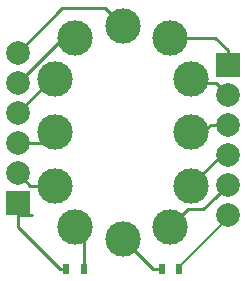
<source format=gtl>
G04 #@! TF.FileFunction,Copper,L1,Top,Signal*
%FSLAX46Y46*%
G04 Gerber Fmt 4.6, Leading zero omitted, Abs format (unit mm)*
G04 Created by KiCad (PCBNEW 4.0.4-stable) date 12/02/17 16:31:00*
%MOMM*%
%LPD*%
G01*
G04 APERTURE LIST*
%ADD10C,0.100000*%
%ADD11C,3.000000*%
%ADD12R,0.500000X0.900000*%
%ADD13R,2.000000X2.000000*%
%ADD14C,2.000000*%
%ADD15C,0.254000*%
%ADD16C,0.177800*%
G04 APERTURE END LIST*
D10*
D11*
X148590000Y-95775000D03*
X144590000Y-96775000D03*
X142840000Y-100275000D03*
X142840000Y-104775000D03*
X154340000Y-104775000D03*
X154340000Y-100275000D03*
X152590000Y-96775000D03*
X142840000Y-109275000D03*
X154340000Y-109275000D03*
X148590000Y-113775000D03*
X152590000Y-112775000D03*
X144590000Y-112775000D03*
D12*
X151892000Y-116332000D03*
X153392000Y-116332000D03*
D13*
X157480000Y-99060000D03*
D14*
X157480000Y-101600000D03*
X157480000Y-104140000D03*
X157480000Y-106680000D03*
X157480000Y-109220000D03*
X157480000Y-111760000D03*
D13*
X139700000Y-110744000D03*
D14*
X139700000Y-108204000D03*
X139700000Y-105664000D03*
X139700000Y-103124000D03*
X139700000Y-100584000D03*
X139700000Y-98044000D03*
D12*
X143788000Y-116332000D03*
X145288000Y-116332000D03*
D15*
X139700000Y-111760000D02*
X140954000Y-111760000D01*
X139700000Y-98044000D02*
X143468999Y-94275001D01*
X143468999Y-94275001D02*
X147090001Y-94275001D01*
X147090001Y-94275001D02*
X148590000Y-95775000D01*
X139700000Y-100584000D02*
X143509000Y-96775000D01*
X143509000Y-96775000D02*
X144590000Y-96775000D01*
X139700000Y-103124000D02*
X142549000Y-100275000D01*
X142549000Y-100275000D02*
X142840000Y-100275000D01*
X142840000Y-101000000D02*
X142840000Y-100275000D01*
X139700000Y-105664000D02*
X141951000Y-105664000D01*
X141951000Y-105664000D02*
X142840000Y-104775000D01*
X157480000Y-104140000D02*
X156065787Y-104140000D01*
X156065787Y-104140000D02*
X155430787Y-104775000D01*
X155430787Y-104775000D02*
X154340000Y-104775000D01*
X157480000Y-101600000D02*
X156480001Y-100600001D01*
X156480001Y-100600001D02*
X154665001Y-100600001D01*
X154665001Y-100600001D02*
X154340000Y-100275000D01*
X157480000Y-99060000D02*
X157480000Y-97806000D01*
X157480000Y-97806000D02*
X156449000Y-96775000D01*
X156449000Y-96775000D02*
X154711320Y-96775000D01*
X154711320Y-96775000D02*
X152590000Y-96775000D01*
X139700000Y-108204000D02*
X140771000Y-109275000D01*
X140771000Y-109275000D02*
X142840000Y-109275000D01*
X142785000Y-109220000D02*
X142840000Y-109275000D01*
X154340000Y-109275000D02*
X156935000Y-106680000D01*
X156935000Y-106680000D02*
X157480000Y-106680000D01*
X148590000Y-113775000D02*
X151147000Y-116332000D01*
X151147000Y-116332000D02*
X151892000Y-116332000D01*
X152590000Y-112775000D02*
X154089999Y-111275001D01*
X154089999Y-111275001D02*
X155424999Y-111275001D01*
X155424999Y-111275001D02*
X156480001Y-110219999D01*
X156480001Y-110219999D02*
X157480000Y-109220000D01*
X145288000Y-116332000D02*
X145288000Y-113473000D01*
X145288000Y-113473000D02*
X144590000Y-112775000D01*
X139700000Y-110744000D02*
X139700000Y-112748000D01*
X139700000Y-112748000D02*
X143284000Y-116332000D01*
X143284000Y-116332000D02*
X143788000Y-116332000D01*
D16*
X153392000Y-116332000D02*
X153392000Y-116132000D01*
X153392000Y-116132000D02*
X157480000Y-112044000D01*
X157480000Y-112044000D02*
X157480000Y-111760000D01*
M02*

</source>
